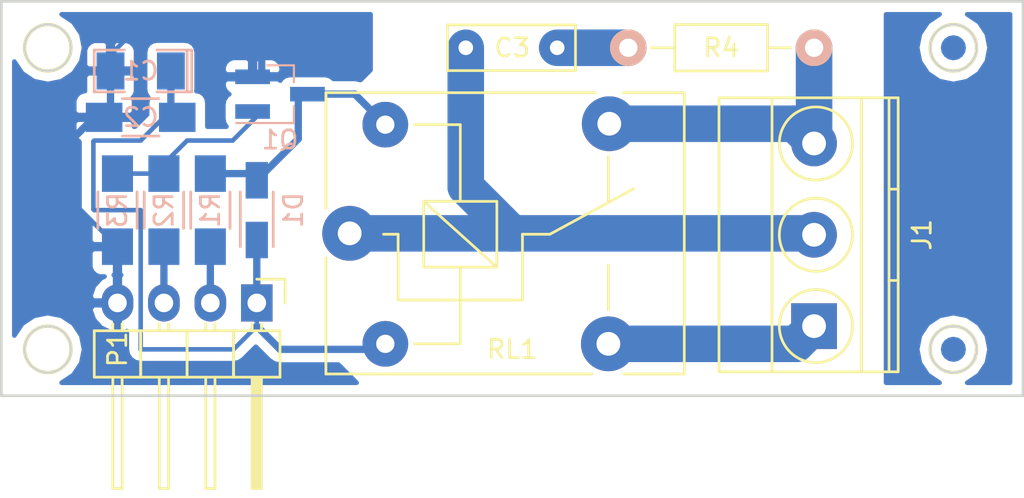
<source format=kicad_pcb>
(kicad_pcb (version 4) (host pcbnew 4.0.5)

  (general
    (links 21)
    (no_connects 0)
    (area 173.914999 76.124999 229.945001 97.865001)
    (thickness 1.6)
    (drawings 12)
    (tracks 56)
    (zones 0)
    (modules 12)
    (nets 11)
  )

  (page A4)
  (layers
    (0 F.Cu signal)
    (31 B.Cu signal)
    (32 B.Adhes user)
    (33 F.Adhes user)
    (34 B.Paste user)
    (35 F.Paste user)
    (36 B.SilkS user)
    (37 F.SilkS user)
    (38 B.Mask user)
    (39 F.Mask user)
    (40 Dwgs.User user)
    (41 Cmts.User user)
    (42 Eco1.User user)
    (43 Eco2.User user)
    (44 Edge.Cuts user)
    (45 Margin user)
    (46 B.CrtYd user)
    (47 F.CrtYd user)
    (48 B.Fab user)
    (49 F.Fab user)
  )

  (setup
    (last_trace_width 2)
    (user_trace_width 0.25)
    (user_trace_width 0.4)
    (user_trace_width 1)
    (user_trace_width 2)
    (trace_clearance 0.2)
    (zone_clearance 0.508)
    (zone_45_only no)
    (trace_min 0.2)
    (segment_width 0.2)
    (edge_width 0.15)
    (via_size 0.6)
    (via_drill 0.4)
    (via_min_size 0.4)
    (via_min_drill 0.3)
    (uvia_size 0.3)
    (uvia_drill 0.1)
    (uvias_allowed no)
    (uvia_min_size 0.2)
    (uvia_min_drill 0.1)
    (pcb_text_width 0.3)
    (pcb_text_size 1.5 1.5)
    (mod_edge_width 0.15)
    (mod_text_size 1 1)
    (mod_text_width 0.15)
    (pad_size 2.032 1.7272)
    (pad_drill 1.016)
    (pad_to_mask_clearance 0.2)
    (aux_axis_origin 173.99 97.79)
    (grid_origin 173.99 97.79)
    (visible_elements 7FFEFFFF)
    (pcbplotparams
      (layerselection 0x00030_80000001)
      (usegerberextensions false)
      (excludeedgelayer true)
      (linewidth 0.100000)
      (plotframeref false)
      (viasonmask false)
      (mode 1)
      (useauxorigin false)
      (hpglpennumber 1)
      (hpglpenspeed 20)
      (hpglpendiameter 15)
      (hpglpenoverlay 2)
      (psnegative false)
      (psa4output false)
      (plotreference true)
      (plotvalue true)
      (plotinvisibletext false)
      (padsonsilk false)
      (subtractmaskfromsilk false)
      (outputformat 1)
      (mirror false)
      (drillshape 1)
      (scaleselection 1)
      (outputdirectory ""))
  )

  (net 0 "")
  (net 1 "Net-(C1-Pad1)")
  (net 2 GND)
  (net 3 "Net-(D1-Pad2)")
  (net 4 "Net-(P1-Pad3)")
  (net 5 "Net-(Q1-Pad1)")
  (net 6 "Net-(R1-Pad2)")
  (net 7 "Net-(J1-Pad3)")
  (net 8 "Net-(J1-Pad1)")
  (net 9 "Net-(C3-Pad1)")
  (net 10 "Net-(C3-Pad2)")

  (net_class Default "Это класс цепей по умолчанию."
    (clearance 0.2)
    (trace_width 0.25)
    (via_dia 0.6)
    (via_drill 0.4)
    (uvia_dia 0.3)
    (uvia_drill 0.1)
    (add_net GND)
    (add_net "Net-(C1-Pad1)")
    (add_net "Net-(C3-Pad1)")
    (add_net "Net-(C3-Pad2)")
    (add_net "Net-(D1-Pad2)")
    (add_net "Net-(J1-Pad1)")
    (add_net "Net-(J1-Pad3)")
    (add_net "Net-(P1-Pad3)")
    (add_net "Net-(Q1-Pad1)")
    (add_net "Net-(R1-Pad2)")
  )

  (module Diodes_SMD:SOD-123 (layer B.Cu) (tedit 58833FC7) (tstamp 5862F555)
    (at 187.96 87.63 90)
    (descr SOD-123)
    (tags SOD-123)
    (path /58631ECA)
    (attr smd)
    (fp_text reference D1 (at 0 2 90) (layer B.SilkS)
      (effects (font (size 1 1) (thickness 0.15)) (justify mirror))
    )
    (fp_text value 1N4148W (at 0 -2.1 90) (layer B.Fab) hide
      (effects (font (size 1 1) (thickness 0.15)) (justify mirror))
    )
    (fp_line (start 0.25 0) (end 0.75 0) (layer B.Fab) (width 0.15))
    (fp_line (start 0.25 -0.4) (end -0.35 0) (layer B.Fab) (width 0.15))
    (fp_line (start 0.25 0.4) (end 0.25 -0.4) (layer B.Fab) (width 0.15))
    (fp_line (start -0.35 0) (end 0.25 0.4) (layer B.Fab) (width 0.15))
    (fp_line (start -0.35 0) (end -0.35 -0.55) (layer B.Fab) (width 0.15))
    (fp_line (start -0.35 0) (end -0.35 0.55) (layer B.Fab) (width 0.15))
    (fp_line (start -0.75 0) (end -0.35 0) (layer B.Fab) (width 0.15))
    (fp_line (start -1.35 -0.8) (end -1.35 0.8) (layer B.Fab) (width 0.15))
    (fp_line (start 1.35 -0.8) (end -1.35 -0.8) (layer B.Fab) (width 0.15))
    (fp_line (start 1.35 0.8) (end 1.35 -0.8) (layer B.Fab) (width 0.15))
    (fp_line (start -1.35 0.8) (end 1.35 0.8) (layer B.Fab) (width 0.15))
    (fp_line (start -2.25 1.05) (end 2.25 1.05) (layer B.CrtYd) (width 0.05))
    (fp_line (start 2.25 1.05) (end 2.25 -1.05) (layer B.CrtYd) (width 0.05))
    (fp_line (start 2.25 -1.05) (end -2.25 -1.05) (layer B.CrtYd) (width 0.05))
    (fp_line (start -2.25 1.05) (end -2.25 -1.05) (layer B.CrtYd) (width 0.05))
    (fp_line (start -2 -0.9) (end 1 -0.9) (layer B.SilkS) (width 0.15))
    (fp_line (start -2 0.9) (end 1 0.9) (layer B.SilkS) (width 0.15))
    (pad 1 smd rect (at -1.635 0 90) (size 2 1.22) (layers B.Cu B.Paste B.Mask)
      (net 1 "Net-(C1-Pad1)"))
    (pad 2 smd rect (at 1.635 0 90) (size 2 1.22) (layers B.Cu B.Paste B.Mask)
      (net 3 "Net-(D1-Pad2)"))
    (model ${KISYS3DMOD}/Diodes_SMD.3dshapes/SOD-123.wrl
      (at (xyz 0 0 0))
      (scale (xyz 1 1 1))
      (rotate (xyz 0 0 0))
    )
  )

  (module SMD_Packages:SMD-1206_Pol (layer B.Cu) (tedit 5862F83D) (tstamp 5862F549)
    (at 181.61 80.01 180)
    (path /58632112)
    (attr smd)
    (fp_text reference C1 (at 0 0 180) (layer B.SilkS)
      (effects (font (size 1 1) (thickness 0.15)) (justify mirror))
    )
    (fp_text value 10,0 (at 0 0 180) (layer B.Fab) hide
      (effects (font (size 1 1) (thickness 0.15)) (justify mirror))
    )
    (fp_line (start -2.54 1.143) (end -2.794 1.143) (layer B.SilkS) (width 0.15))
    (fp_line (start -2.794 1.143) (end -2.794 -1.143) (layer B.SilkS) (width 0.15))
    (fp_line (start -2.794 -1.143) (end -2.54 -1.143) (layer B.SilkS) (width 0.15))
    (fp_line (start -2.54 1.143) (end -2.54 -1.143) (layer B.SilkS) (width 0.15))
    (fp_line (start -2.54 -1.143) (end -0.889 -1.143) (layer B.SilkS) (width 0.15))
    (fp_line (start 0.889 1.143) (end 2.54 1.143) (layer B.SilkS) (width 0.15))
    (fp_line (start 2.54 1.143) (end 2.54 -1.143) (layer B.SilkS) (width 0.15))
    (fp_line (start 2.54 -1.143) (end 0.889 -1.143) (layer B.SilkS) (width 0.15))
    (fp_line (start -0.889 1.143) (end -2.54 1.143) (layer B.SilkS) (width 0.15))
    (pad 1 smd rect (at -1.651 0 180) (size 1.524 2.032) (layers B.Cu B.Paste B.Mask)
      (net 1 "Net-(C1-Pad1)"))
    (pad 2 smd rect (at 1.651 0 180) (size 1.524 2.032) (layers B.Cu B.Paste B.Mask)
      (net 2 GND))
    (model SMD_Packages.3dshapes/SMD-1206_Pol.wrl
      (at (xyz 0 0 0))
      (scale (xyz 0.17 0.16 0.16))
      (rotate (xyz 0 0 0))
    )
  )

  (module Capacitors_SMD:C_1206_HandSoldering (layer B.Cu) (tedit 58630336) (tstamp 5862F54F)
    (at 181.61 82.55 180)
    (descr "Capacitor SMD 1206, hand soldering")
    (tags "capacitor 1206")
    (path /586320BD)
    (attr smd)
    (fp_text reference C2 (at 0 0 180) (layer B.SilkS)
      (effects (font (size 1 1) (thickness 0.15)) (justify mirror))
    )
    (fp_text value 0,1 (at 0 -2.3 180) (layer B.Fab) hide
      (effects (font (size 1 1) (thickness 0.15)) (justify mirror))
    )
    (fp_line (start -1.6 -0.8) (end -1.6 0.8) (layer B.Fab) (width 0.15))
    (fp_line (start 1.6 -0.8) (end -1.6 -0.8) (layer B.Fab) (width 0.15))
    (fp_line (start 1.6 0.8) (end 1.6 -0.8) (layer B.Fab) (width 0.15))
    (fp_line (start -1.6 0.8) (end 1.6 0.8) (layer B.Fab) (width 0.15))
    (fp_line (start -3.3 1.15) (end 3.3 1.15) (layer B.CrtYd) (width 0.05))
    (fp_line (start -3.3 -1.15) (end 3.3 -1.15) (layer B.CrtYd) (width 0.05))
    (fp_line (start -3.3 1.15) (end -3.3 -1.15) (layer B.CrtYd) (width 0.05))
    (fp_line (start 3.3 1.15) (end 3.3 -1.15) (layer B.CrtYd) (width 0.05))
    (fp_line (start 1 1.025) (end -1 1.025) (layer B.SilkS) (width 0.15))
    (fp_line (start -1 -1.025) (end 1 -1.025) (layer B.SilkS) (width 0.15))
    (pad 1 smd rect (at -2 0 180) (size 2 1.6) (layers B.Cu B.Paste B.Mask)
      (net 1 "Net-(C1-Pad1)"))
    (pad 2 smd rect (at 2 0 180) (size 2 1.6) (layers B.Cu B.Paste B.Mask)
      (net 2 GND))
    (model Capacitors_SMD.3dshapes/C_1206_HandSoldering.wrl
      (at (xyz 0 0 0))
      (scale (xyz 1 1 1))
      (rotate (xyz 0 0 0))
    )
  )

  (module Pin_Headers:Pin_Header_Angled_1x04 (layer F.Cu) (tedit 588340A8) (tstamp 5862F55D)
    (at 187.96 92.71 270)
    (descr "Through hole pin header")
    (tags "pin header")
    (path /58632258)
    (fp_text reference P1 (at 2.54 7.62 270) (layer F.SilkS)
      (effects (font (size 1 1) (thickness 0.15)))
    )
    (fp_text value CONN_01X04 (at 0 -3.1 270) (layer F.Fab) hide
      (effects (font (size 1 1) (thickness 0.15)))
    )
    (fp_line (start -1.5 -1.75) (end -1.5 9.4) (layer F.CrtYd) (width 0.05))
    (fp_line (start 10.65 -1.75) (end 10.65 9.4) (layer F.CrtYd) (width 0.05))
    (fp_line (start -1.5 -1.75) (end 10.65 -1.75) (layer F.CrtYd) (width 0.05))
    (fp_line (start -1.5 9.4) (end 10.65 9.4) (layer F.CrtYd) (width 0.05))
    (fp_line (start -1.3 -1.55) (end -1.3 0) (layer F.SilkS) (width 0.15))
    (fp_line (start 0 -1.55) (end -1.3 -1.55) (layer F.SilkS) (width 0.15))
    (fp_line (start 4.191 -0.127) (end 10.033 -0.127) (layer F.SilkS) (width 0.15))
    (fp_line (start 10.033 -0.127) (end 10.033 0.127) (layer F.SilkS) (width 0.15))
    (fp_line (start 10.033 0.127) (end 4.191 0.127) (layer F.SilkS) (width 0.15))
    (fp_line (start 4.191 0.127) (end 4.191 0) (layer F.SilkS) (width 0.15))
    (fp_line (start 4.191 0) (end 10.033 0) (layer F.SilkS) (width 0.15))
    (fp_line (start 1.524 -0.254) (end 1.143 -0.254) (layer F.SilkS) (width 0.15))
    (fp_line (start 1.524 0.254) (end 1.143 0.254) (layer F.SilkS) (width 0.15))
    (fp_line (start 1.524 2.286) (end 1.143 2.286) (layer F.SilkS) (width 0.15))
    (fp_line (start 1.524 2.794) (end 1.143 2.794) (layer F.SilkS) (width 0.15))
    (fp_line (start 1.524 4.826) (end 1.143 4.826) (layer F.SilkS) (width 0.15))
    (fp_line (start 1.524 5.334) (end 1.143 5.334) (layer F.SilkS) (width 0.15))
    (fp_line (start 1.524 7.874) (end 1.143 7.874) (layer F.SilkS) (width 0.15))
    (fp_line (start 1.524 7.366) (end 1.143 7.366) (layer F.SilkS) (width 0.15))
    (fp_line (start 1.524 -1.27) (end 4.064 -1.27) (layer F.SilkS) (width 0.15))
    (fp_line (start 1.524 1.27) (end 4.064 1.27) (layer F.SilkS) (width 0.15))
    (fp_line (start 1.524 1.27) (end 1.524 3.81) (layer F.SilkS) (width 0.15))
    (fp_line (start 1.524 3.81) (end 4.064 3.81) (layer F.SilkS) (width 0.15))
    (fp_line (start 4.064 2.286) (end 10.16 2.286) (layer F.SilkS) (width 0.15))
    (fp_line (start 10.16 2.286) (end 10.16 2.794) (layer F.SilkS) (width 0.15))
    (fp_line (start 10.16 2.794) (end 4.064 2.794) (layer F.SilkS) (width 0.15))
    (fp_line (start 4.064 3.81) (end 4.064 1.27) (layer F.SilkS) (width 0.15))
    (fp_line (start 4.064 1.27) (end 4.064 -1.27) (layer F.SilkS) (width 0.15))
    (fp_line (start 10.16 0.254) (end 4.064 0.254) (layer F.SilkS) (width 0.15))
    (fp_line (start 10.16 -0.254) (end 10.16 0.254) (layer F.SilkS) (width 0.15))
    (fp_line (start 4.064 -0.254) (end 10.16 -0.254) (layer F.SilkS) (width 0.15))
    (fp_line (start 1.524 1.27) (end 4.064 1.27) (layer F.SilkS) (width 0.15))
    (fp_line (start 1.524 -1.27) (end 1.524 1.27) (layer F.SilkS) (width 0.15))
    (fp_line (start 1.524 6.35) (end 4.064 6.35) (layer F.SilkS) (width 0.15))
    (fp_line (start 1.524 6.35) (end 1.524 8.89) (layer F.SilkS) (width 0.15))
    (fp_line (start 1.524 8.89) (end 4.064 8.89) (layer F.SilkS) (width 0.15))
    (fp_line (start 4.064 7.366) (end 10.16 7.366) (layer F.SilkS) (width 0.15))
    (fp_line (start 10.16 7.366) (end 10.16 7.874) (layer F.SilkS) (width 0.15))
    (fp_line (start 10.16 7.874) (end 4.064 7.874) (layer F.SilkS) (width 0.15))
    (fp_line (start 4.064 8.89) (end 4.064 6.35) (layer F.SilkS) (width 0.15))
    (fp_line (start 4.064 6.35) (end 4.064 3.81) (layer F.SilkS) (width 0.15))
    (fp_line (start 10.16 5.334) (end 4.064 5.334) (layer F.SilkS) (width 0.15))
    (fp_line (start 10.16 4.826) (end 10.16 5.334) (layer F.SilkS) (width 0.15))
    (fp_line (start 4.064 4.826) (end 10.16 4.826) (layer F.SilkS) (width 0.15))
    (fp_line (start 1.524 6.35) (end 4.064 6.35) (layer F.SilkS) (width 0.15))
    (fp_line (start 1.524 3.81) (end 1.524 6.35) (layer F.SilkS) (width 0.15))
    (fp_line (start 1.524 3.81) (end 4.064 3.81) (layer F.SilkS) (width 0.15))
    (pad 1 thru_hole rect (at 0 0 270) (size 2.032 1.7272) (drill 1.016) (layers *.Cu *.Mask)
      (net 1 "Net-(C1-Pad1)"))
    (pad 2 thru_hole oval (at 0 2.54 270) (size 2.032 1.7272) (drill 1.016) (layers *.Cu *.Mask)
      (net 6 "Net-(R1-Pad2)"))
    (pad 3 thru_hole oval (at 0 5.08 270) (size 2.032 1.7272) (drill 1.016) (layers *.Cu *.Mask)
      (net 4 "Net-(P1-Pad3)"))
    (pad 4 thru_hole oval (at 0 7.62 270) (size 2.032 1.7272) (drill 1.016) (layers *.Cu *.Mask)
      (net 2 GND))
    (model Pin_Headers.3dshapes/Pin_Header_Angled_1x04.wrl
      (at (xyz 0 -0.15 0))
      (scale (xyz 1 1 1))
      (rotate (xyz 0 0 90))
    )
  )

  (module Resistors_SMD:R_1206_HandSoldering (layer B.Cu) (tedit 58630343) (tstamp 5862F56A)
    (at 185.42 87.63 270)
    (descr "Resistor SMD 1206, hand soldering")
    (tags "resistor 1206")
    (path /58632364)
    (attr smd)
    (fp_text reference R1 (at 0 0 270) (layer B.SilkS)
      (effects (font (size 1 1) (thickness 0.15)) (justify mirror))
    )
    (fp_text value 1k (at 0 -2.3 270) (layer B.Fab) hide
      (effects (font (size 1 1) (thickness 0.15)) (justify mirror))
    )
    (fp_line (start -1.6 -0.8) (end -1.6 0.8) (layer B.Fab) (width 0.1))
    (fp_line (start 1.6 -0.8) (end -1.6 -0.8) (layer B.Fab) (width 0.1))
    (fp_line (start 1.6 0.8) (end 1.6 -0.8) (layer B.Fab) (width 0.1))
    (fp_line (start -1.6 0.8) (end 1.6 0.8) (layer B.Fab) (width 0.1))
    (fp_line (start -3.3 1.2) (end 3.3 1.2) (layer B.CrtYd) (width 0.05))
    (fp_line (start -3.3 -1.2) (end 3.3 -1.2) (layer B.CrtYd) (width 0.05))
    (fp_line (start -3.3 1.2) (end -3.3 -1.2) (layer B.CrtYd) (width 0.05))
    (fp_line (start 3.3 1.2) (end 3.3 -1.2) (layer B.CrtYd) (width 0.05))
    (fp_line (start 1 -1.075) (end -1 -1.075) (layer B.SilkS) (width 0.15))
    (fp_line (start -1 1.075) (end 1 1.075) (layer B.SilkS) (width 0.15))
    (pad 1 smd rect (at -2 0 270) (size 2 1.7) (layers B.Cu B.Paste B.Mask)
      (net 3 "Net-(D1-Pad2)"))
    (pad 2 smd rect (at 2 0 270) (size 2 1.7) (layers B.Cu B.Paste B.Mask)
      (net 6 "Net-(R1-Pad2)"))
    (model Resistors_SMD.3dshapes/R_1206_HandSoldering.wrl
      (at (xyz 0 0 0))
      (scale (xyz 1 1 1))
      (rotate (xyz 0 0 0))
    )
  )

  (module Resistors_SMD:R_1206_HandSoldering (layer B.Cu) (tedit 58630347) (tstamp 5862F570)
    (at 182.88 87.63 270)
    (descr "Resistor SMD 1206, hand soldering")
    (tags "resistor 1206")
    (path /58632086)
    (attr smd)
    (fp_text reference R2 (at 0 0 270) (layer B.SilkS)
      (effects (font (size 1 1) (thickness 0.15)) (justify mirror))
    )
    (fp_text value 560 (at 0 -2.3 270) (layer B.Fab) hide
      (effects (font (size 1 1) (thickness 0.15)) (justify mirror))
    )
    (fp_line (start -1.6 -0.8) (end -1.6 0.8) (layer B.Fab) (width 0.1))
    (fp_line (start 1.6 -0.8) (end -1.6 -0.8) (layer B.Fab) (width 0.1))
    (fp_line (start 1.6 0.8) (end 1.6 -0.8) (layer B.Fab) (width 0.1))
    (fp_line (start -1.6 0.8) (end 1.6 0.8) (layer B.Fab) (width 0.1))
    (fp_line (start -3.3 1.2) (end 3.3 1.2) (layer B.CrtYd) (width 0.05))
    (fp_line (start -3.3 -1.2) (end 3.3 -1.2) (layer B.CrtYd) (width 0.05))
    (fp_line (start -3.3 1.2) (end -3.3 -1.2) (layer B.CrtYd) (width 0.05))
    (fp_line (start 3.3 1.2) (end 3.3 -1.2) (layer B.CrtYd) (width 0.05))
    (fp_line (start 1 -1.075) (end -1 -1.075) (layer B.SilkS) (width 0.15))
    (fp_line (start -1 1.075) (end 1 1.075) (layer B.SilkS) (width 0.15))
    (pad 1 smd rect (at -2 0 270) (size 2 1.7) (layers B.Cu B.Paste B.Mask)
      (net 5 "Net-(Q1-Pad1)"))
    (pad 2 smd rect (at 2 0 270) (size 2 1.7) (layers B.Cu B.Paste B.Mask)
      (net 4 "Net-(P1-Pad3)"))
    (model Resistors_SMD.3dshapes/R_1206_HandSoldering.wrl
      (at (xyz 0 0 0))
      (scale (xyz 1 1 1))
      (rotate (xyz 0 0 0))
    )
  )

  (module Resistors_SMD:R_1206_HandSoldering (layer B.Cu) (tedit 58630349) (tstamp 5862F576)
    (at 180.34 87.63 270)
    (descr "Resistor SMD 1206, hand soldering")
    (tags "resistor 1206")
    (path /58632011)
    (attr smd)
    (fp_text reference R3 (at 0 0 270) (layer B.SilkS)
      (effects (font (size 1 1) (thickness 0.15)) (justify mirror))
    )
    (fp_text value 10k (at 0 -2.3 270) (layer B.Fab) hide
      (effects (font (size 1 1) (thickness 0.15)) (justify mirror))
    )
    (fp_line (start -1.6 -0.8) (end -1.6 0.8) (layer B.Fab) (width 0.1))
    (fp_line (start 1.6 -0.8) (end -1.6 -0.8) (layer B.Fab) (width 0.1))
    (fp_line (start 1.6 0.8) (end 1.6 -0.8) (layer B.Fab) (width 0.1))
    (fp_line (start -1.6 0.8) (end 1.6 0.8) (layer B.Fab) (width 0.1))
    (fp_line (start -3.3 1.2) (end 3.3 1.2) (layer B.CrtYd) (width 0.05))
    (fp_line (start -3.3 -1.2) (end 3.3 -1.2) (layer B.CrtYd) (width 0.05))
    (fp_line (start -3.3 1.2) (end -3.3 -1.2) (layer B.CrtYd) (width 0.05))
    (fp_line (start 3.3 1.2) (end 3.3 -1.2) (layer B.CrtYd) (width 0.05))
    (fp_line (start 1 -1.075) (end -1 -1.075) (layer B.SilkS) (width 0.15))
    (fp_line (start -1 1.075) (end 1 1.075) (layer B.SilkS) (width 0.15))
    (pad 1 smd rect (at -2 0 270) (size 2 1.7) (layers B.Cu B.Paste B.Mask)
      (net 5 "Net-(Q1-Pad1)"))
    (pad 2 smd rect (at 2 0 270) (size 2 1.7) (layers B.Cu B.Paste B.Mask)
      (net 2 GND))
    (model Resistors_SMD.3dshapes/R_1206_HandSoldering.wrl
      (at (xyz 0 0 0))
      (scale (xyz 1 1 1))
      (rotate (xyz 0 0 0))
    )
  )

  (module Relays_THT:Relay_SANYOU_SRD_Series_Form_C (layer F.Cu) (tedit 5883408B) (tstamp 5862F57F)
    (at 193.04 88.9)
    (descr "relay, Sanyou SRD series Form C")
    (path /58631D62)
    (fp_text reference RL1 (at 8.89 6.35) (layer F.SilkS)
      (effects (font (size 1 1) (thickness 0.15)))
    )
    (fp_text value RM50-xx11 (at 8 -9.6) (layer F.Fab) hide
      (effects (font (size 1 1) (thickness 0.15)))
    )
    (fp_line (start 15 7.7) (end 18.3 7.7) (layer F.SilkS) (width 0.15))
    (fp_line (start 18.3 7.7) (end 18.3 -7.7) (layer F.SilkS) (width 0.15))
    (fp_line (start 18.3 -7.7) (end 14.95 -7.7) (layer F.SilkS) (width 0.15))
    (fp_line (start -1.3 1.35) (end -1.3 7.7) (layer F.SilkS) (width 0.15))
    (fp_line (start -1.3 7.7) (end 13.25 7.7) (layer F.SilkS) (width 0.15))
    (fp_line (start -1.3 -1.4) (end -1.3 -7.7) (layer F.SilkS) (width 0.15))
    (fp_line (start -1.3 -7.7) (end 13.45 -7.7) (layer F.SilkS) (width 0.15))
    (fp_line (start -1.3 -7.65) (end -1.3 -1.4) (layer F.SilkS) (width 0.15))
    (fp_line (start 14.15 4.2) (end 14.15 1.75) (layer F.SilkS) (width 0.15))
    (fp_line (start 14.15 -4.2) (end 14.15 -1.7) (layer F.SilkS) (width 0.15))
    (fp_line (start 3.55 6.05) (end 6.05 6.05) (layer F.SilkS) (width 0.15))
    (fp_line (start 2.65 0.05) (end 1.85 0.05) (layer F.SilkS) (width 0.15))
    (fp_line (start 6.05 -5.95) (end 3.55 -5.95) (layer F.SilkS) (width 0.15))
    (fp_line (start 9.45 0.05) (end 10.95 0.05) (layer F.SilkS) (width 0.15))
    (fp_line (start 10.95 0.05) (end 15.55 -2.45) (layer F.SilkS) (width 0.15))
    (fp_line (start 9.45 3.65) (end 2.65 3.65) (layer F.SilkS) (width 0.15))
    (fp_line (start 9.45 0.05) (end 9.45 3.65) (layer F.SilkS) (width 0.15))
    (fp_line (start 2.65 0.05) (end 2.65 3.65) (layer F.SilkS) (width 0.15))
    (fp_line (start 6.05 -5.95) (end 6.05 -1.75) (layer F.SilkS) (width 0.15))
    (fp_line (start 6.05 1.85) (end 6.05 6.05) (layer F.SilkS) (width 0.15))
    (fp_line (start 8.05 1.85) (end 4.05 -1.75) (layer F.SilkS) (width 0.15))
    (fp_line (start 4.05 1.85) (end 4.05 -1.75) (layer F.SilkS) (width 0.15))
    (fp_line (start 4.05 -1.75) (end 8.05 -1.75) (layer F.SilkS) (width 0.15))
    (fp_line (start 8.05 -1.75) (end 8.05 1.85) (layer F.SilkS) (width 0.15))
    (fp_line (start 8.05 1.85) (end 4.05 1.85) (layer F.SilkS) (width 0.15))
    (pad 2 thru_hole circle (at 1.95 6.05 90) (size 2.5 2.5) (drill 1) (layers *.Cu *.Mask)
      (net 1 "Net-(C1-Pad1)"))
    (pad 3 thru_hole circle (at 14.15 6.05 90) (size 3 3) (drill 1.3) (layers *.Cu *.Mask)
      (net 8 "Net-(J1-Pad1)"))
    (pad 4 thru_hole circle (at 14.2 -6 90) (size 3 3) (drill 1.3) (layers *.Cu *.Mask)
      (net 7 "Net-(J1-Pad3)"))
    (pad 5 thru_hole circle (at 1.95 -5.95 90) (size 2.5 2.5) (drill 1) (layers *.Cu *.Mask)
      (net 3 "Net-(D1-Pad2)"))
    (pad 1 thru_hole circle (at 0 0 90) (size 3 3) (drill 1.3) (layers *.Cu *.Mask)
      (net 9 "Net-(C3-Pad1)"))
    (model Relays_ThroughHole.3dshapes/Relay_SANYOU_SRD_Series_Form_C.wrl
      (at (xyz 0 0 0))
      (scale (xyz 1 1 1))
      (rotate (xyz 0 0 0))
    )
  )

  (module Connectors_Terminal_Blocks:TerminalBlock_Pheonix_MKDS1.5-3pol (layer F.Cu) (tedit 5862FB91) (tstamp 5862F605)
    (at 218.44 93.98 90)
    (descr "3-way 5mm pitch terminal block, Phoenix MKDS series")
    (path /5863257C)
    (fp_text reference J1 (at 5 5.9 90) (layer F.SilkS)
      (effects (font (size 1 1) (thickness 0.15)))
    )
    (fp_text value Screw_Terminal_1x03 (at 5 -6.6 90) (layer F.Fab) hide
      (effects (font (size 1 1) (thickness 0.15)))
    )
    (fp_line (start -2.7 4.8) (end -2.7 -5.4) (layer F.CrtYd) (width 0.05))
    (fp_line (start 12.7 4.8) (end -2.7 4.8) (layer F.CrtYd) (width 0.05))
    (fp_line (start 12.7 -5.4) (end 12.7 4.8) (layer F.CrtYd) (width 0.05))
    (fp_line (start -2.7 -5.4) (end 12.7 -5.4) (layer F.CrtYd) (width 0.05))
    (fp_circle (center 10 0.1) (end 8 0.1) (layer F.SilkS) (width 0.15))
    (fp_line (start 7.5 4.1) (end 7.5 4.6) (layer F.SilkS) (width 0.15))
    (fp_line (start 2.5 4.1) (end 2.5 4.6) (layer F.SilkS) (width 0.15))
    (fp_circle (center 5 0.1) (end 3 0.1) (layer F.SilkS) (width 0.15))
    (fp_circle (center 0 0.1) (end 2 0.1) (layer F.SilkS) (width 0.15))
    (fp_line (start -2.5 2.6) (end 12.5 2.6) (layer F.SilkS) (width 0.15))
    (fp_line (start -2.5 -2.3) (end 12.5 -2.3) (layer F.SilkS) (width 0.15))
    (fp_line (start -2.5 4.1) (end 12.5 4.1) (layer F.SilkS) (width 0.15))
    (fp_line (start -2.5 4.6) (end 12.5 4.6) (layer F.SilkS) (width 0.15))
    (fp_line (start 12.5 4.6) (end 12.5 -5.2) (layer F.SilkS) (width 0.15))
    (fp_line (start 12.5 -5.2) (end -2.5 -5.2) (layer F.SilkS) (width 0.15))
    (fp_line (start -2.5 -5.2) (end -2.5 4.6) (layer F.SilkS) (width 0.15))
    (pad 3 thru_hole circle (at 10 0 90) (size 2.5 2.5) (drill 1.3) (layers *.Cu *.Mask)
      (net 7 "Net-(J1-Pad3)"))
    (pad 1 thru_hole rect (at 0 0 90) (size 2.5 2.5) (drill 1.3) (layers *.Cu *.Mask)
      (net 8 "Net-(J1-Pad1)"))
    (pad 2 thru_hole circle (at 5 0 90) (size 2.5 2.5) (drill 1.3) (layers *.Cu *.Mask)
      (net 9 "Net-(C3-Pad1)"))
    (model Terminal_Blocks.3dshapes/TerminalBlock_Pheonix_MKDS1.5-3pol.wrl
      (at (xyz 0.1968 0 0))
      (scale (xyz 1 1 1))
      (rotate (xyz 0 0 0))
    )
  )

  (module Capacitors_THT:C_Rect_L7_W2.5_P5 (layer F.Cu) (tedit 58630397) (tstamp 58630237)
    (at 199.39 78.74)
    (descr "Film Capacitor Length 7mm x Width 2.5mm, Pitch 5mm")
    (tags Capacitor)
    (path /58632A65)
    (fp_text reference C3 (at 2.54 0) (layer F.SilkS)
      (effects (font (size 1 1) (thickness 0.15)))
    )
    (fp_text value 0,022 (at 2.5 2.5) (layer F.Fab) hide
      (effects (font (size 1 1) (thickness 0.15)))
    )
    (fp_line (start -1.25 -1.5) (end 6.25 -1.5) (layer F.CrtYd) (width 0.05))
    (fp_line (start 6.25 -1.5) (end 6.25 1.5) (layer F.CrtYd) (width 0.05))
    (fp_line (start 6.25 1.5) (end -1.25 1.5) (layer F.CrtYd) (width 0.05))
    (fp_line (start -1.25 1.5) (end -1.25 -1.5) (layer F.CrtYd) (width 0.05))
    (fp_line (start -1 -1.25) (end 6 -1.25) (layer F.SilkS) (width 0.15))
    (fp_line (start 6 -1.25) (end 6 1.25) (layer F.SilkS) (width 0.15))
    (fp_line (start 6 1.25) (end -1 1.25) (layer F.SilkS) (width 0.15))
    (fp_line (start -1 1.25) (end -1 -1.25) (layer F.SilkS) (width 0.15))
    (pad 1 thru_hole rect (at 0 0) (size 1.3 1.3) (drill 0.8) (layers *.Cu *.Mask)
      (net 9 "Net-(C3-Pad1)"))
    (pad 2 thru_hole circle (at 5 0) (size 1.3 1.3) (drill 0.8) (layers *.Cu *.Mask)
      (net 10 "Net-(C3-Pad2)"))
  )

  (module Resistors_THT:Resistor_Horizontal_RM10mm (layer F.Cu) (tedit 58630394) (tstamp 5863023D)
    (at 208.28 78.74)
    (descr "Resistor, Axial,  RM 10mm, 1/3W")
    (tags "Resistor Axial RM 10mm 1/3W")
    (path /58632A04)
    (fp_text reference R4 (at 5.08 0) (layer F.SilkS)
      (effects (font (size 1 1) (thickness 0.15)))
    )
    (fp_text value 56 (at 5.08 3.81) (layer F.Fab) hide
      (effects (font (size 1 1) (thickness 0.15)))
    )
    (fp_line (start -1.25 -1.5) (end 11.4 -1.5) (layer F.CrtYd) (width 0.05))
    (fp_line (start -1.25 1.5) (end -1.25 -1.5) (layer F.CrtYd) (width 0.05))
    (fp_line (start 11.4 -1.5) (end 11.4 1.5) (layer F.CrtYd) (width 0.05))
    (fp_line (start -1.25 1.5) (end 11.4 1.5) (layer F.CrtYd) (width 0.05))
    (fp_line (start 2.54 -1.27) (end 7.62 -1.27) (layer F.SilkS) (width 0.15))
    (fp_line (start 7.62 -1.27) (end 7.62 1.27) (layer F.SilkS) (width 0.15))
    (fp_line (start 7.62 1.27) (end 2.54 1.27) (layer F.SilkS) (width 0.15))
    (fp_line (start 2.54 1.27) (end 2.54 -1.27) (layer F.SilkS) (width 0.15))
    (fp_line (start 2.54 0) (end 1.27 0) (layer F.SilkS) (width 0.15))
    (fp_line (start 7.62 0) (end 8.89 0) (layer F.SilkS) (width 0.15))
    (pad 1 thru_hole circle (at 0 0) (size 1.99898 1.99898) (drill 1.00076) (layers *.Cu *.SilkS *.Mask)
      (net 10 "Net-(C3-Pad2)"))
    (pad 2 thru_hole circle (at 10.16 0) (size 1.99898 1.99898) (drill 1.00076) (layers *.Cu *.SilkS *.Mask)
      (net 7 "Net-(J1-Pad3)"))
    (model Resistors_ThroughHole.3dshapes/Resistor_Horizontal_RM10mm.wrl
      (at (xyz 0.2 0 0))
      (scale (xyz 0.4 0.4 0.4))
      (rotate (xyz 0 0 0))
    )
  )

  (module TO_SOT_Packages_SMD:SOT-23_Handsoldering (layer B.Cu) (tedit 583F3954) (tstamp 5862F564)
    (at 189.23 81.28)
    (descr "SOT-23, Handsoldering")
    (tags SOT-23)
    (path /58631FB6)
    (attr smd)
    (fp_text reference Q1 (at 0 2.5) (layer B.SilkS)
      (effects (font (size 1 1) (thickness 0.15)) (justify mirror))
    )
    (fp_text value BC817-40 (at 0 -2.5) (layer B.Fab)
      (effects (font (size 1 1) (thickness 0.15)) (justify mirror))
    )
    (fp_line (start 0.76 -1.58) (end 0.76 -0.65) (layer B.SilkS) (width 0.12))
    (fp_line (start 0.76 1.58) (end 0.76 0.65) (layer B.SilkS) (width 0.12))
    (fp_line (start 0.7 1.52) (end 0.7 -1.52) (layer B.Fab) (width 0.15))
    (fp_line (start -0.7 -1.52) (end 0.7 -1.52) (layer B.Fab) (width 0.15))
    (fp_line (start -2.7 1.75) (end 2.7 1.75) (layer B.CrtYd) (width 0.05))
    (fp_line (start 2.7 1.75) (end 2.7 -1.75) (layer B.CrtYd) (width 0.05))
    (fp_line (start 2.7 -1.75) (end -2.7 -1.75) (layer B.CrtYd) (width 0.05))
    (fp_line (start -2.7 -1.75) (end -2.7 1.75) (layer B.CrtYd) (width 0.05))
    (fp_line (start 0.76 1.58) (end -2.4 1.58) (layer B.SilkS) (width 0.12))
    (fp_line (start -0.7 1.52) (end 0.7 1.52) (layer B.Fab) (width 0.15))
    (fp_line (start -0.7 1.52) (end -0.7 -1.52) (layer B.Fab) (width 0.15))
    (fp_line (start 0.76 -1.58) (end -0.7 -1.58) (layer B.SilkS) (width 0.12))
    (pad 1 smd rect (at -1.5 0.95) (size 1.9 0.8) (layers B.Cu B.Paste B.Mask)
      (net 5 "Net-(Q1-Pad1)"))
    (pad 2 smd rect (at -1.5 -0.95) (size 1.9 0.8) (layers B.Cu B.Paste B.Mask)
      (net 2 GND))
    (pad 3 smd rect (at 1.5 0) (size 1.9 0.8) (layers B.Cu B.Paste B.Mask)
      (net 3 "Net-(D1-Pad2)"))
    (model TO_SOT_Packages_SMD.3dshapes/SOT-23.wrl
      (at (xyz 0 0 0))
      (scale (xyz 1 1 1))
      (rotate (xyz 0 0 90))
    )
  )

  (gr_circle (center 226.06 78.74) (end 227.33 78.74) (layer Edge.Cuts) (width 0.15))
  (gr_circle (center 226.06 95.25) (end 227.33 95.25) (layer Edge.Cuts) (width 0.15))
  (gr_circle (center 176.53 95.25) (end 177.8 95.25) (layer Edge.Cuts) (width 0.15))
  (gr_circle (center 176.53 78.74) (end 177.8 78.74) (layer Edge.Cuts) (width 0.15))
  (gr_circle (center 176.53 78.74) (end 175.26 78.74) (layer F.SilkS) (width 0.2))
  (gr_circle (center 176.53 95.25) (end 175.26 95.25) (layer F.SilkS) (width 0.2))
  (gr_circle (center 226.06 78.74) (end 227.33 78.74) (layer F.SilkS) (width 0.2))
  (gr_circle (center 226.06 95.25) (end 226.06 96.52) (layer F.SilkS) (width 0.2))
  (gr_line (start 173.99 76.2) (end 173.99 97.79) (angle 90) (layer Edge.Cuts) (width 0.15))
  (gr_line (start 229.87 76.2) (end 173.99 76.2) (angle 90) (layer Edge.Cuts) (width 0.15))
  (gr_line (start 229.87 97.79) (end 229.87 76.2) (angle 90) (layer Edge.Cuts) (width 0.15))
  (gr_line (start 173.99 97.79) (end 229.87 97.79) (angle 90) (layer Edge.Cuts) (width 0.15))

  (segment (start 194.99 94.95) (end 194.61 94.95) (width 0.25) (layer B.Cu) (net 1))
  (segment (start 194.61 94.95) (end 194.31 95.25) (width 0.25) (layer B.Cu) (net 1) (tstamp 5862FE36))
  (segment (start 194.31 95.25) (end 189.23 95.25) (width 0.4) (layer B.Cu) (net 1) (tstamp 5862FE3A))
  (segment (start 189.23 95.25) (end 187.96 93.98) (width 0.4) (layer B.Cu) (net 1) (tstamp 5862FE3C))
  (segment (start 187.96 93.98) (end 187.96 92.71) (width 0.25) (layer B.Cu) (net 1) (tstamp 5862FD7A))
  (segment (start 186.69 95.25) (end 187.96 93.98) (width 0.25) (layer B.Cu) (net 1) (tstamp 5862FD77))
  (segment (start 181.61 95.25) (end 186.69 95.25) (width 0.25) (layer B.Cu) (net 1) (tstamp 5862FD71))
  (segment (start 181.61 87.63) (end 181.61 95.25) (width 0.25) (layer B.Cu) (net 1) (tstamp 5862FD6E))
  (segment (start 179.07 87.63) (end 181.61 87.63) (width 0.25) (layer B.Cu) (net 1) (tstamp 5862FD6C))
  (segment (start 179.023199 87.583199) (end 179.07 87.63) (width 0.25) (layer B.Cu) (net 1) (tstamp 5862FD6A))
  (segment (start 179.023199 83.866801) (end 179.023199 87.583199) (width 0.25) (layer B.Cu) (net 1) (tstamp 5862FD66))
  (segment (start 179.07 83.82) (end 179.023199 83.866801) (width 0.25) (layer B.Cu) (net 1) (tstamp 5862FD64))
  (segment (start 181.61 83.82) (end 179.07 83.82) (width 0.25) (layer B.Cu) (net 1) (tstamp 5862FD4C))
  (segment (start 182.88 82.55) (end 181.61 83.82) (width 0.25) (layer B.Cu) (net 1) (tstamp 5862FD4B))
  (segment (start 183.61 82.55) (end 182.88 82.55) (width 0.25) (layer B.Cu) (net 1))
  (segment (start 183.61 82.55) (end 184.15 82.55) (width 0.25) (layer B.Cu) (net 1))
  (segment (start 187.96 88.9) (end 187.96 89.265) (width 0.25) (layer B.Cu) (net 1) (tstamp 5862FB07))
  (segment (start 183.261 80.01) (end 183.261 82.201) (width 0.4) (layer B.Cu) (net 1))
  (segment (start 183.261 82.201) (end 183.61 82.55) (width 0.25) (layer B.Cu) (net 1) (tstamp 5862FA84))
  (segment (start 187.96 89.265) (end 187.96 92.71) (width 0.4) (layer B.Cu) (net 1))
  (segment (start 179.61 82.55) (end 179.07 82.55) (width 0.25) (layer B.Cu) (net 2))
  (segment (start 179.07 82.55) (end 177.8 83.82) (width 0.4) (layer B.Cu) (net 2) (tstamp 5862FAC9))
  (segment (start 177.8 87.09) (end 180.34 89.63) (width 0.25) (layer B.Cu) (net 2) (tstamp 5862FAD3))
  (segment (start 177.8 83.82) (end 177.8 87.09) (width 0.4) (layer B.Cu) (net 2) (tstamp 5862FACE))
  (segment (start 179.959 80.01) (end 179.959 79.121) (width 0.25) (layer B.Cu) (net 2))
  (segment (start 179.959 79.121) (end 181.61 77.47) (width 0.25) (layer B.Cu) (net 2) (tstamp 5862FAAF))
  (segment (start 188.23 79.01) (end 188.23 80.33) (width 0.4) (layer B.Cu) (net 2) (tstamp 5862FABB))
  (segment (start 186.69 77.47) (end 188.23 79.01) (width 0.4) (layer B.Cu) (net 2) (tstamp 5862FAB9))
  (segment (start 181.61 77.47) (end 186.69 77.47) (width 0.4) (layer B.Cu) (net 2) (tstamp 5862FAB3))
  (segment (start 179.959 80.01) (end 179.959 82.201) (width 0.4) (layer B.Cu) (net 2))
  (segment (start 179.959 82.201) (end 179.61 82.55) (width 0.25) (layer B.Cu) (net 2) (tstamp 5862FA80))
  (segment (start 180.34 89.63) (end 180.34 92.71) (width 0.4) (layer B.Cu) (net 2))
  (segment (start 190.23 81.28) (end 193.32 81.28) (width 0.4) (layer B.Cu) (net 3))
  (segment (start 193.32 81.28) (end 194.99 82.95) (width 0.4) (layer B.Cu) (net 3) (tstamp 5862FE25))
  (segment (start 190.23 81.28) (end 190.23 83.725) (width 0.4) (layer B.Cu) (net 3))
  (segment (start 190.23 83.725) (end 187.96 85.995) (width 0.4) (layer B.Cu) (net 3) (tstamp 5862FA34))
  (segment (start 185.42 85.63) (end 187.595 85.63) (width 0.4) (layer B.Cu) (net 3))
  (segment (start 187.595 85.63) (end 187.96 85.995) (width 0.25) (layer B.Cu) (net 3) (tstamp 5862FA2C))
  (segment (start 182.88 89.63) (end 182.88 92.71) (width 0.4) (layer B.Cu) (net 4))
  (segment (start 184.15 83.82) (end 186.64 83.82) (width 0.25) (layer B.Cu) (net 5) (tstamp 5862FA77))
  (segment (start 182.88 85.63) (end 182.88 85.09) (width 0.25) (layer B.Cu) (net 5))
  (segment (start 182.88 85.09) (end 184.15 83.82) (width 0.25) (layer B.Cu) (net 5) (tstamp 5862FA73))
  (segment (start 186.64 83.82) (end 188.23 82.23) (width 0.25) (layer B.Cu) (net 5) (tstamp 5862FA79))
  (segment (start 180.34 85.63) (end 182.88 85.63) (width 0.25) (layer B.Cu) (net 5))
  (segment (start 185.42 89.63) (end 185.42 92.71) (width 0.4) (layer B.Cu) (net 6))
  (segment (start 218.44 83.98) (end 218.44 78.74) (width 2) (layer B.Cu) (net 7))
  (segment (start 207.24 82.9) (end 217.36 82.9) (width 2) (layer B.Cu) (net 7))
  (segment (start 217.36 82.9) (end 218.44 83.98) (width 2) (layer B.Cu) (net 7) (tstamp 5862FDFD))
  (segment (start 207.19 94.95) (end 217.47 94.95) (width 2) (layer B.Cu) (net 8))
  (segment (start 217.47 94.95) (end 218.44 93.98) (width 2) (layer B.Cu) (net 8) (tstamp 5862FDFA))
  (segment (start 199.39 78.74) (end 199.39 86.36) (width 2) (layer B.Cu) (net 9))
  (segment (start 199.39 86.36) (end 201.93 88.9) (width 2) (layer B.Cu) (net 9) (tstamp 58630262))
  (segment (start 193.04 88.9) (end 201.93 88.9) (width 2) (layer B.Cu) (net 9))
  (segment (start 201.93 88.9) (end 218.36 88.9) (width 2) (layer B.Cu) (net 9) (tstamp 58630266))
  (segment (start 218.36 88.9) (end 218.44 88.98) (width 0.25) (layer B.Cu) (net 9) (tstamp 5862FDF7))
  (segment (start 204.39 78.74) (end 208.28 78.74) (width 2) (layer B.Cu) (net 10))

  (zone (net 2) (net_name GND) (layer B.Cu) (tstamp 58833D9F) (hatch edge 0.508)
    (connect_pads (clearance 0.508))
    (min_thickness 0.254)
    (fill yes (arc_segments 16) (thermal_gap 0.508) (thermal_bridge_width 0.508))
    (polygon
      (pts
        (xy 194.31 80.01) (xy 190.5 83.82) (xy 190.5 85.09) (xy 189.23 87.63) (xy 189.23 90.17)
        (xy 190.5 92.71) (xy 190.5 93.98) (xy 194.31 97.79) (xy 173.99 97.79) (xy 173.99 76.2)
        (xy 194.31 76.2)
      )
    )
    (filled_polygon
      (pts
        (xy 194.183 79.957394) (xy 193.633112 80.507282) (xy 193.32 80.445) (xy 192.154669 80.445) (xy 192.14409 80.428559)
        (xy 191.93189 80.283569) (xy 191.68 80.23256) (xy 189.78 80.23256) (xy 189.544683 80.276838) (xy 189.328559 80.41591)
        (xy 189.241936 80.542686) (xy 189.15625 80.457) (xy 187.857 80.457) (xy 187.857 80.477) (xy 187.603 80.477)
        (xy 187.603 80.457) (xy 186.30375 80.457) (xy 186.145 80.61575) (xy 186.145 80.85631) (xy 186.241673 81.089699)
        (xy 186.420302 81.268327) (xy 186.456747 81.283423) (xy 186.328559 81.36591) (xy 186.183569 81.57811) (xy 186.13256 81.83)
        (xy 186.13256 82.63) (xy 186.176838 82.865317) (xy 186.302113 83.06) (xy 185.25744 83.06) (xy 185.25744 81.75)
        (xy 185.213162 81.514683) (xy 185.07409 81.298559) (xy 184.86189 81.153569) (xy 184.653166 81.111301) (xy 184.67044 81.026)
        (xy 184.67044 79.80369) (xy 186.145 79.80369) (xy 186.145 80.04425) (xy 186.30375 80.203) (xy 187.603 80.203)
        (xy 187.603 79.45375) (xy 187.857 79.45375) (xy 187.857 80.203) (xy 189.15625 80.203) (xy 189.315 80.04425)
        (xy 189.315 79.80369) (xy 189.218327 79.570301) (xy 189.039698 79.391673) (xy 188.806309 79.295) (xy 188.01575 79.295)
        (xy 187.857 79.45375) (xy 187.603 79.45375) (xy 187.44425 79.295) (xy 186.653691 79.295) (xy 186.420302 79.391673)
        (xy 186.241673 79.570301) (xy 186.145 79.80369) (xy 184.67044 79.80369) (xy 184.67044 78.994) (xy 184.626162 78.758683)
        (xy 184.48709 78.542559) (xy 184.27489 78.397569) (xy 184.023 78.34656) (xy 182.499 78.34656) (xy 182.263683 78.390838)
        (xy 182.047559 78.52991) (xy 181.902569 78.74211) (xy 181.85156 78.994) (xy 181.85156 81.026) (xy 181.895838 81.261317)
        (xy 182.031409 81.472) (xy 182.013569 81.49811) (xy 181.96256 81.75) (xy 181.96256 82.392638) (xy 181.295198 83.06)
        (xy 181.245 83.06) (xy 181.245 82.83575) (xy 181.08625 82.677) (xy 179.737 82.677) (xy 179.737 82.697)
        (xy 179.483 82.697) (xy 179.483 82.677) (xy 178.13375 82.677) (xy 177.975 82.83575) (xy 177.975 83.47631)
        (xy 178.071673 83.709699) (xy 178.250302 83.888327) (xy 178.263199 83.893669) (xy 178.263199 87.583199) (xy 178.321051 87.874038)
        (xy 178.485798 88.1206) (xy 178.532599 88.167401) (xy 178.779161 88.332148) (xy 178.914874 88.359143) (xy 178.855 88.503691)
        (xy 178.855 89.34425) (xy 179.01375 89.503) (xy 180.213 89.503) (xy 180.213 89.483) (xy 180.467 89.483)
        (xy 180.467 89.503) (xy 180.487 89.503) (xy 180.487 89.757) (xy 180.467 89.757) (xy 180.467 91.10625)
        (xy 180.544218 91.183468) (xy 180.467 91.223783) (xy 180.467 92.583) (xy 180.487 92.583) (xy 180.487 92.837)
        (xy 180.467 92.837) (xy 180.467 94.196217) (xy 180.699026 94.317358) (xy 180.714791 94.314709) (xy 180.85 94.249578)
        (xy 180.85 95.25) (xy 180.907852 95.540839) (xy 181.072599 95.787401) (xy 181.319161 95.952148) (xy 181.61 96.01)
        (xy 186.69 96.01) (xy 186.980839 95.952148) (xy 187.227401 95.787401) (xy 187.906967 95.107835) (xy 188.639566 95.840434)
        (xy 188.910459 96.021439) (xy 189.23 96.085) (xy 192.425394 96.085) (xy 193.420394 97.08) (xy 177.284098 97.08)
        (xy 177.287713 97.079281) (xy 177.930071 96.650071) (xy 178.359281 96.007713) (xy 178.51 95.25) (xy 178.359281 94.492287)
        (xy 177.930071 93.849929) (xy 177.287713 93.420719) (xy 176.53 93.27) (xy 175.772287 93.420719) (xy 175.129929 93.849929)
        (xy 174.700719 94.492287) (xy 174.7 94.495902) (xy 174.7 93.071913) (xy 178.854816 93.071913) (xy 179.048046 93.62432)
        (xy 179.437964 94.060732) (xy 179.965209 94.314709) (xy 179.980974 94.317358) (xy 180.213 94.196217) (xy 180.213 92.837)
        (xy 178.999076 92.837) (xy 178.854816 93.071913) (xy 174.7 93.071913) (xy 174.7 92.348087) (xy 178.854816 92.348087)
        (xy 178.999076 92.583) (xy 180.213 92.583) (xy 180.213 91.223783) (xy 180.135782 91.183468) (xy 180.213 91.10625)
        (xy 180.213 89.757) (xy 179.01375 89.757) (xy 178.855 89.91575) (xy 178.855 90.756309) (xy 178.951673 90.989698)
        (xy 179.130301 91.168327) (xy 179.36369 91.265) (xy 179.63366 91.265) (xy 179.437964 91.359268) (xy 179.048046 91.79568)
        (xy 178.854816 92.348087) (xy 174.7 92.348087) (xy 174.7 81.62369) (xy 177.975 81.62369) (xy 177.975 82.26425)
        (xy 178.13375 82.423) (xy 179.483 82.423) (xy 179.483 82.403) (xy 179.737 82.403) (xy 179.737 82.423)
        (xy 181.08625 82.423) (xy 181.245 82.26425) (xy 181.245 81.62369) (xy 181.17949 81.465535) (xy 181.259327 81.385699)
        (xy 181.356 81.15231) (xy 181.356 80.29575) (xy 181.19725 80.137) (xy 180.086 80.137) (xy 180.086 80.157)
        (xy 179.832 80.157) (xy 179.832 80.137) (xy 178.72075 80.137) (xy 178.562 80.29575) (xy 178.562 81.115)
        (xy 178.483691 81.115) (xy 178.250302 81.211673) (xy 178.071673 81.390301) (xy 177.975 81.62369) (xy 174.7 81.62369)
        (xy 174.7 79.494098) (xy 174.700719 79.497713) (xy 175.129929 80.140071) (xy 175.772287 80.569281) (xy 176.53 80.72)
        (xy 177.287713 80.569281) (xy 177.930071 80.140071) (xy 178.359281 79.497713) (xy 178.4846 78.86769) (xy 178.562 78.86769)
        (xy 178.562 79.72425) (xy 178.72075 79.883) (xy 179.832 79.883) (xy 179.832 78.51775) (xy 180.086 78.51775)
        (xy 180.086 79.883) (xy 181.19725 79.883) (xy 181.356 79.72425) (xy 181.356 78.86769) (xy 181.259327 78.634301)
        (xy 181.080698 78.455673) (xy 180.847309 78.359) (xy 180.24475 78.359) (xy 180.086 78.51775) (xy 179.832 78.51775)
        (xy 179.67325 78.359) (xy 179.070691 78.359) (xy 178.837302 78.455673) (xy 178.658673 78.634301) (xy 178.562 78.86769)
        (xy 178.4846 78.86769) (xy 178.51 78.74) (xy 178.359281 77.982287) (xy 177.930071 77.339929) (xy 177.287713 76.910719)
        (xy 177.284098 76.91) (xy 194.183 76.91)
      )
    )
  )
  (zone (net 0) (net_name "") (layer B.Cu) (tstamp 588342AD) (hatch edge 0.508)
    (connect_pads (clearance 0.508))
    (min_thickness 0.254)
    (fill yes (arc_segments 16) (thermal_gap 0.508) (thermal_bridge_width 0.508) (smoothing fillet))
    (polygon
      (pts
        (xy 229.87 76.2) (xy 229.87 97.79) (xy 222.25 97.79) (xy 222.25 76.2)
      )
    )
    (filled_polygon
      (pts
        (xy 225.302287 76.910719) (xy 224.659929 77.339929) (xy 224.230719 77.982287) (xy 224.08 78.74) (xy 224.230719 79.497713)
        (xy 224.659929 80.140071) (xy 225.302287 80.569281) (xy 226.06 80.72) (xy 226.817713 80.569281) (xy 227.460071 80.140071)
        (xy 227.889281 79.497713) (xy 228.04 78.74) (xy 227.889281 77.982287) (xy 227.460071 77.339929) (xy 226.817713 76.910719)
        (xy 226.814098 76.91) (xy 229.16 76.91) (xy 229.16 97.08) (xy 226.814098 97.08) (xy 226.817713 97.079281)
        (xy 227.460071 96.650071) (xy 227.889281 96.007713) (xy 228.04 95.25) (xy 227.889281 94.492287) (xy 227.460071 93.849929)
        (xy 226.817713 93.420719) (xy 226.06 93.27) (xy 225.302287 93.420719) (xy 224.659929 93.849929) (xy 224.230719 94.492287)
        (xy 224.08 95.25) (xy 224.230719 96.007713) (xy 224.659929 96.650071) (xy 225.302287 97.079281) (xy 225.305902 97.08)
        (xy 222.377 97.08) (xy 222.377 76.91) (xy 225.305902 76.91)
      )
    )
    (filled_polygon
      (pts
        (xy 226.274303 94.732627) (xy 226.45598 94.85402) (xy 226.577373 95.035697) (xy 226.62 95.25) (xy 226.577373 95.464303)
        (xy 226.45598 95.64598) (xy 226.274303 95.767373) (xy 226.06 95.81) (xy 225.845697 95.767373) (xy 225.66402 95.64598)
        (xy 225.542627 95.464303) (xy 225.5 95.25) (xy 225.542627 95.035697) (xy 225.66402 94.85402) (xy 225.845697 94.732627)
        (xy 226.06 94.69)
      )
    )
    (filled_polygon
      (pts
        (xy 226.274303 78.222627) (xy 226.45598 78.34402) (xy 226.577373 78.525697) (xy 226.62 78.74) (xy 226.577373 78.954303)
        (xy 226.45598 79.13598) (xy 226.274303 79.257373) (xy 226.06 79.3) (xy 225.845697 79.257373) (xy 225.66402 79.13598)
        (xy 225.542627 78.954303) (xy 225.5 78.74) (xy 225.542627 78.525697) (xy 225.66402 78.34402) (xy 225.845697 78.222627)
        (xy 226.06 78.18)
      )
    )
  )
)

</source>
